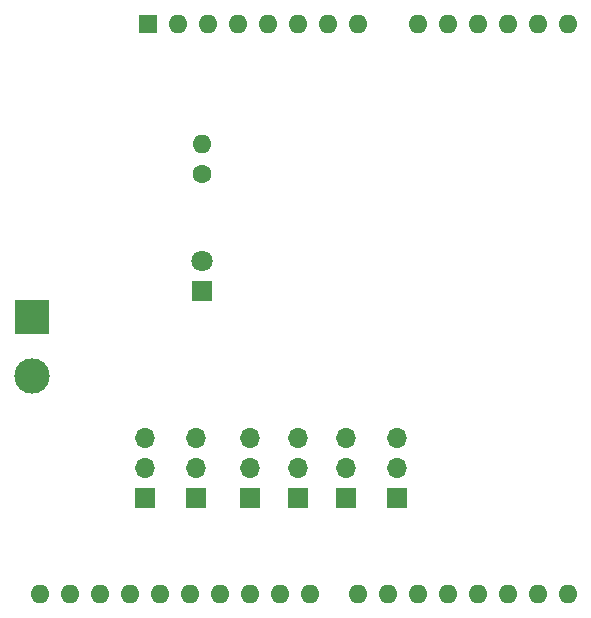
<source format=gbr>
%TF.GenerationSoftware,KiCad,Pcbnew,7.0.7*%
%TF.CreationDate,2024-01-23T09:59:48+09:00*%
%TF.ProjectId,arduino_sheild,61726475-696e-46f5-9f73-6865696c642e,rev?*%
%TF.SameCoordinates,Original*%
%TF.FileFunction,Soldermask,Bot*%
%TF.FilePolarity,Negative*%
%FSLAX46Y46*%
G04 Gerber Fmt 4.6, Leading zero omitted, Abs format (unit mm)*
G04 Created by KiCad (PCBNEW 7.0.7) date 2024-01-23 09:59:48*
%MOMM*%
%LPD*%
G01*
G04 APERTURE LIST*
%ADD10O,1.600000X1.600000*%
%ADD11R,1.600000X1.600000*%
%ADD12O,1.700000X1.700000*%
%ADD13R,1.700000X1.700000*%
%ADD14C,1.600000*%
%ADD15R,3.000000X3.000000*%
%ADD16C,3.000000*%
%ADD17C,1.800000*%
%ADD18R,1.800000X1.800000*%
G04 APERTURE END LIST*
D10*
%TO.C,A1*%
X196346000Y-109982000D03*
X198886000Y-109982000D03*
X201426000Y-109982000D03*
X203966000Y-109982000D03*
X206506000Y-109982000D03*
X209046000Y-109982000D03*
X211586000Y-109982000D03*
X214126000Y-109982000D03*
X216666000Y-109982000D03*
X219206000Y-109982000D03*
X223266000Y-109982000D03*
X225806000Y-109982000D03*
X228346000Y-109982000D03*
X230886000Y-109982000D03*
X233426000Y-109982000D03*
X235966000Y-109982000D03*
X238506000Y-109982000D03*
X241046000Y-109982000D03*
X241046000Y-61722000D03*
X238506000Y-61722000D03*
X235966000Y-61722000D03*
X233426000Y-61722000D03*
X230886000Y-61722000D03*
X228346000Y-61722000D03*
X223266000Y-61722000D03*
X220726000Y-61722000D03*
X218186000Y-61722000D03*
X215646000Y-61722000D03*
X213106000Y-61722000D03*
X210566000Y-61722000D03*
X208026000Y-61722000D03*
D11*
X205486000Y-61722000D03*
%TD*%
D12*
%TO.C,J4*%
X218186000Y-96759000D03*
X218186000Y-99299000D03*
D13*
X218186000Y-101839000D03*
%TD*%
D12*
%TO.C,J5*%
X214122000Y-96759000D03*
X214122000Y-99299000D03*
D13*
X214122000Y-101839000D03*
%TD*%
D10*
%TO.C,R1*%
X210058000Y-71882000D03*
D14*
X210058000Y-74422000D03*
%TD*%
D12*
%TO.C,J3*%
X222250000Y-96774000D03*
X222250000Y-99314000D03*
D13*
X222250000Y-101854000D03*
%TD*%
D12*
%TO.C,J2*%
X226568000Y-96774000D03*
X226568000Y-99314000D03*
D13*
X226568000Y-101854000D03*
%TD*%
%TO.C,J7*%
X205232000Y-101839000D03*
D12*
X205232000Y-99299000D03*
X205232000Y-96759000D03*
%TD*%
D15*
%TO.C,J1*%
X195687500Y-86527500D03*
D16*
X195687500Y-91527500D03*
%TD*%
D17*
%TO.C,D1*%
X210058000Y-81788000D03*
D18*
X210058000Y-84328000D03*
%TD*%
D13*
%TO.C,J6*%
X209550000Y-101854000D03*
D12*
X209550000Y-99314000D03*
X209550000Y-96774000D03*
%TD*%
M02*

</source>
